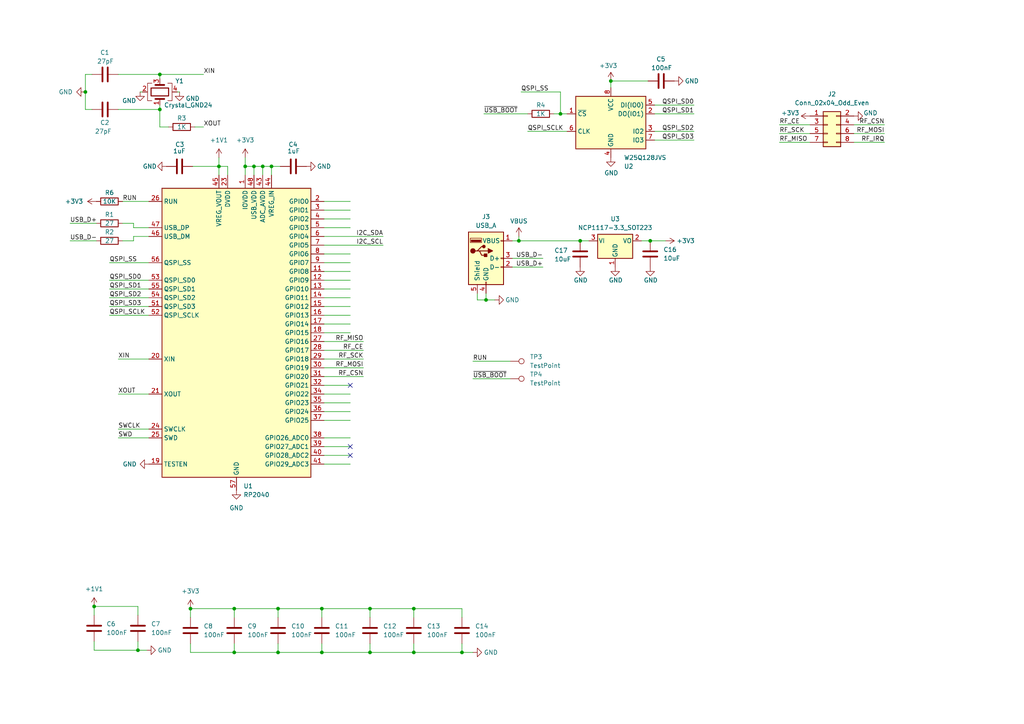
<source format=kicad_sch>
(kicad_sch (version 20231120) (generator "eeschema") (generator_version "8.0")
  (paper "A4")
  (lib_symbols
    (symbol "Connector:TestPoint" (pin_numbers hide) (pin_names (offset 0.762) hide)
      (property "Reference" "TP" (at 0 6.858 0))
      (property "Value" "TestPoint" (at 0 5.08 0))
      (symbol "TestPoint_0_1"
        (circle (center 0 3.302) (radius 0.762))
      )
      (symbol "TestPoint_1_1"
        (pin passive line (at 0 0 90) (length 2.54) (name "1") (number "1"))
      )
    )
    (symbol "Connector:USB_A" (pin_names (offset 1.016))
      (property "Reference" "J" (at -5.08 11.43 0))
      (property "Value" "USB_A" (at -5.08 8.89 0))
      (symbol "USB_A_0_1"
        (rectangle (start -5.08 -7.62) (end 5.08 7.62) (stroke (width 0.254)) (fill (type background)))
        (circle (center -3.81 2.159) (radius 0.635) (stroke (width 0.254)) (fill (type outline)))
        (rectangle (start -1.524 4.826) (end -4.318 5.334) (fill (type outline)))
        (rectangle (start -1.27 4.572) (end -4.572 5.842))
        (circle (center -0.635 3.429) (radius 0.381) (stroke (width 0.254)) (fill (type outline)))
        (rectangle (start -0.127 -7.62) (end 0.127 -6.858))
        (polyline (pts (xy -3.175 2.159) (xy -2.54 2.159) (xy -1.27 3.429) (xy -0.635 3.429)) (stroke (width 0.254)))
        (polyline (pts (xy -2.54 2.159) (xy -1.905 2.159) (xy -1.27 0.889) (xy 0 0.889)) (stroke (width 0.254)))
        (polyline (pts (xy 0.635 2.794) (xy 0.635 1.524) (xy 1.905 2.159) (xy 0.635 2.794)) (stroke (width 0.254)) (fill (type outline)))
        (rectangle (start 0.254 1.27) (end -0.508 0.508) (stroke (width 0.254)) (fill (type outline)))
        (rectangle (start 5.08 -2.667) (end 4.318 -2.413))
        (rectangle (start 5.08 -0.127) (end 4.318 0.127))
        (rectangle (start 5.08 4.953) (end 4.318 5.207))
      )
      (symbol "USB_A_1_1"
        (polyline (pts (xy -1.905 2.159) (xy 0.635 2.159)) (stroke (width 0.254)))
        (pin power_in line (at 7.62 5.08 180) (length 2.54) (name "VBUS") (number "1"))
        (pin bidirectional line (at 7.62 -2.54 180) (length 2.54) (name "D-") (number "2"))
        (pin bidirectional line (at 7.62 0 180) (length 2.54) (name "D+") (number "3"))
        (pin power_in line (at 0 -10.16 90) (length 2.54) (name "GND") (number "4"))
        (pin passive line (at -2.54 -10.16 90) (length 2.54) (name "Shield") (number "5"))
      )
    )
    (symbol "Connector_Generic:Conn_02x04_Odd_Even" (pin_names (offset 1.016) hide)
      (property "Reference" "J" (at 1.27 5.08 0))
      (property "Value" "Conn_02x04_Odd_Even" (at 1.27 -7.62 0))
      (symbol "Conn_02x04_Odd_Even_1_1"
        (rectangle (start -1.27 -4.953) (end 0 -5.207) (stroke (width 0.1524)))
        (rectangle (start -1.27 -2.413) (end 0 -2.667) (stroke (width 0.1524)))
        (rectangle (start -1.27 0.127) (end 0 -0.127) (stroke (width 0.1524)))
        (rectangle (start -1.27 2.667) (end 0 2.413) (stroke (width 0.1524)))
        (rectangle (start -1.27 3.81) (end 3.81 -6.35) (stroke (width 0.254)) (fill (type background)))
        (rectangle (start 3.81 -4.953) (end 2.54 -5.207) (stroke (width 0.1524)))
        (rectangle (start 3.81 -2.413) (end 2.54 -2.667) (stroke (width 0.1524)))
        (rectangle (start 3.81 0.127) (end 2.54 -0.127) (stroke (width 0.1524)))
        (rectangle (start 3.81 2.667) (end 2.54 2.413) (stroke (width 0.1524)))
        (pin passive line (at -5.08 2.54 0) (length 3.81) (name "Pin_1") (number "1"))
        (pin passive line (at 7.62 2.54 180) (length 3.81) (name "Pin_2") (number "2"))
        (pin passive line (at -5.08 0 0) (length 3.81) (name "Pin_3") (number "3"))
        (pin passive line (at 7.62 0 180) (length 3.81) (name "Pin_4") (number "4"))
        (pin passive line (at -5.08 -2.54 0) (length 3.81) (name "Pin_5") (number "5"))
        (pin passive line (at 7.62 -2.54 180) (length 3.81) (name "Pin_6") (number "6"))
        (pin passive line (at -5.08 -5.08 0) (length 3.81) (name "Pin_7") (number "7"))
        (pin passive line (at 7.62 -5.08 180) (length 3.81) (name "Pin_8") (number "8"))
      )
    )
    (symbol "Device:C" (pin_numbers hide) (pin_names (offset 0.254))
      (property "Reference" "C" (at 0.635 2.54 0))
      (property "Value" "C" (at 0.635 -2.54 0))
      (symbol "C_0_1"
        (polyline (pts (xy -2.032 -0.762) (xy 2.032 -0.762)) (stroke (width 0.508)))
        (polyline (pts (xy -2.032 0.762) (xy 2.032 0.762)) (stroke (width 0.508)))
      )
      (symbol "C_1_1"
        (pin passive line (at 0 3.81 270) (length 2.794) (name "~") (number "1"))
        (pin passive line (at 0 -3.81 90) (length 2.794) (name "~") (number "2"))
      )
    )
    (symbol "Device:Crystal_GND24" (pin_names (offset 1.016) hide)
      (property "Reference" "Y" (at 3.175 5.08 0))
      (property "Value" "Crystal_GND24" (at 3.175 3.175 0))
      (symbol "Crystal_GND24_0_1"
        (rectangle (start -1.143 2.54) (end 1.143 -2.54) (stroke (width 0.3048)))
        (polyline (pts (xy -2.54 0) (xy -2.032 0)))
        (polyline (pts (xy -2.032 -1.27) (xy -2.032 1.27)) (stroke (width 0.508)))
        (polyline (pts (xy 0 -3.81) (xy 0 -3.556)))
        (polyline (pts (xy 0 3.556) (xy 0 3.81)))
        (polyline (pts (xy 2.032 -1.27) (xy 2.032 1.27)) (stroke (width 0.508)))
        (polyline (pts (xy 2.032 0) (xy 2.54 0)))
        (polyline (pts (xy -2.54 -2.286) (xy -2.54 -3.556) (xy 2.54 -3.556) (xy 2.54 -2.286)))
        (polyline (pts (xy -2.54 2.286) (xy -2.54 3.556) (xy 2.54 3.556) (xy 2.54 2.286)))
      )
      (symbol "Crystal_GND24_1_1"
        (pin passive line (at -3.81 0 0) (length 1.27) (name "1") (number "1"))
        (pin passive line (at 0 5.08 270) (length 1.27) (name "2") (number "2"))
        (pin passive line (at 3.81 0 180) (length 1.27) (name "3") (number "3"))
        (pin passive line (at 0 -5.08 90) (length 1.27) (name "4") (number "4"))
      )
    )
    (symbol "Device:R" (pin_numbers hide) (pin_names (offset 0))
      (property "Reference" "R" (at 2.032 0 90))
      (property "Value" "R" (at 0 0 90))
      (symbol "R_0_1"
        (rectangle (start -1.016 -2.54) (end 1.016 2.54) (stroke (width 0.254)))
      )
      (symbol "R_1_1"
        (pin passive line (at 0 3.81 270) (length 1.27) (name "~") (number "1"))
        (pin passive line (at 0 -3.81 90) (length 1.27) (name "~") (number "2"))
      )
    )
    (symbol "MCU_RaspberryPi:RP2040"
      (property "Reference" "U" (at 17.78 45.72 0))
      (property "Value" "RP2040" (at 17.78 43.18 0))
      (symbol "RP2040_0_1"
        (rectangle (start -21.59 41.91) (end 21.59 -41.91) (stroke (width 0.254)) (fill (type background)))
      )
      (symbol "RP2040_1_1"
        (pin power_in line (at 2.54 45.72 270) (length 3.81) (name "IOVDD") (number "1"))
        (pin passive line (at 2.54 45.72 270) (length 3.81) hide (name "IOVDD") (number "10"))
        (pin bidirectional line (at 25.4 17.78 180) (length 3.81) (name "GPIO8") (number "11"))
        (pin bidirectional line (at 25.4 15.24 180) (length 3.81) (name "GPIO9") (number "12"))
        (pin bidirectional line (at 25.4 12.7 180) (length 3.81) (name "GPIO10") (number "13"))
        (pin bidirectional line (at 25.4 10.16 180) (length 3.81) (name "GPIO11") (number "14"))
        (pin bidirectional line (at 25.4 7.62 180) (length 3.81) (name "GPIO12") (number "15"))
        (pin bidirectional line (at 25.4 5.08 180) (length 3.81) (name "GPIO13") (number "16"))
        (pin bidirectional line (at 25.4 2.54 180) (length 3.81) (name "GPIO14") (number "17"))
        (pin bidirectional line (at 25.4 0 180) (length 3.81) (name "GPIO15") (number "18"))
        (pin input line (at -25.4 -38.1 0) (length 3.81) (name "TESTEN") (number "19"))
        (pin bidirectional line (at 25.4 38.1 180) (length 3.81) (name "GPIO0") (number "2"))
        (pin input line (at -25.4 -7.62 0) (length 3.81) (name "XIN") (number "20"))
        (pin passive line (at -25.4 -17.78 0) (length 3.81) (name "XOUT") (number "21"))
        (pin passive line (at 2.54 45.72 270) (length 3.81) hide (name "IOVDD") (number "22"))
        (pin power_in line (at -2.54 45.72 270) (length 3.81) (name "DVDD") (number "23"))
        (pin output line (at -25.4 -27.94 0) (length 3.81) (name "SWCLK") (number "24"))
        (pin bidirectional line (at -25.4 -30.48 0) (length 3.81) (name "SWD") (number "25"))
        (pin input line (at -25.4 38.1 0) (length 3.81) (name "RUN") (number "26"))
        (pin bidirectional line (at 25.4 -2.54 180) (length 3.81) (name "GPIO16") (number "27"))
        (pin bidirectional line (at 25.4 -5.08 180) (length 3.81) (name "GPIO17") (number "28"))
        (pin bidirectional line (at 25.4 -7.62 180) (length 3.81) (name "GPIO18") (number "29"))
        (pin bidirectional line (at 25.4 35.56 180) (length 3.81) (name "GPIO1") (number "3"))
        (pin bidirectional line (at 25.4 -10.16 180) (length 3.81) (name "GPIO19") (number "30"))
        (pin bidirectional line (at 25.4 -12.7 180) (length 3.81) (name "GPIO20") (number "31"))
        (pin bidirectional line (at 25.4 -15.24 180) (length 3.81) (name "GPIO21") (number "32"))
        (pin passive line (at 2.54 45.72 270) (length 3.81) hide (name "IOVDD") (number "33"))
        (pin bidirectional line (at 25.4 -17.78 180) (length 3.81) (name "GPIO22") (number "34"))
        (pin bidirectional line (at 25.4 -20.32 180) (length 3.81) (name "GPIO23") (number "35"))
        (pin bidirectional line (at 25.4 -22.86 180) (length 3.81) (name "GPIO24") (number "36"))
        (pin bidirectional line (at 25.4 -25.4 180) (length 3.81) (name "GPIO25") (number "37"))
        (pin bidirectional line (at 25.4 -30.48 180) (length 3.81) (name "GPIO26_ADC0") (number "38"))
        (pin bidirectional line (at 25.4 -33.02 180) (length 3.81) (name "GPIO27_ADC1") (number "39"))
        (pin bidirectional line (at 25.4 33.02 180) (length 3.81) (name "GPIO2") (number "4"))
        (pin bidirectional line (at 25.4 -35.56 180) (length 3.81) (name "GPIO28_ADC2") (number "40"))
        (pin bidirectional line (at 25.4 -38.1 180) (length 3.81) (name "GPIO29_ADC3") (number "41"))
        (pin passive line (at 2.54 45.72 270) (length 3.81) hide (name "IOVDD") (number "42"))
        (pin power_in line (at 7.62 45.72 270) (length 3.81) (name "ADC_AVDD") (number "43"))
        (pin power_in line (at 10.16 45.72 270) (length 3.81) (name "VREG_IN") (number "44"))
        (pin power_out line (at -5.08 45.72 270) (length 3.81) (name "VREG_VOUT") (number "45"))
        (pin bidirectional line (at -25.4 27.94 0) (length 3.81) (name "USB_DM") (number "46"))
        (pin bidirectional line (at -25.4 30.48 0) (length 3.81) (name "USB_DP") (number "47"))
        (pin power_in line (at 5.08 45.72 270) (length 3.81) (name "USB_VDD") (number "48"))
        (pin passive line (at 2.54 45.72 270) (length 3.81) hide (name "IOVDD") (number "49"))
        (pin bidirectional line (at 25.4 30.48 180) (length 3.81) (name "GPIO3") (number "5"))
        (pin passive line (at -2.54 45.72 270) (length 3.81) hide (name "DVDD") (number "50"))
        (pin bidirectional line (at -25.4 7.62 0) (length 3.81) (name "QSPI_SD3") (number "51"))
        (pin output line (at -25.4 5.08 0) (length 3.81) (name "QSPI_SCLK") (number "52"))
        (pin bidirectional line (at -25.4 15.24 0) (length 3.81) (name "QSPI_SD0") (number "53"))
        (pin bidirectional line (at -25.4 10.16 0) (length 3.81) (name "QSPI_SD2") (number "54"))
        (pin bidirectional line (at -25.4 12.7 0) (length 3.81) (name "QSPI_SD1") (number "55"))
        (pin bidirectional line (at -25.4 20.32 0) (length 3.81) (name "QSPI_SS") (number "56"))
        (pin power_in line (at 0 -45.72 90) (length 3.81) (name "GND") (number "57"))
        (pin bidirectional line (at 25.4 27.94 180) (length 3.81) (name "GPIO4") (number "6"))
        (pin bidirectional line (at 25.4 25.4 180) (length 3.81) (name "GPIO5") (number "7"))
        (pin bidirectional line (at 25.4 22.86 180) (length 3.81) (name "GPIO6") (number "8"))
        (pin bidirectional line (at 25.4 20.32 180) (length 3.81) (name "GPIO7") (number "9"))
      )
    )
    (symbol "Memory_Flash:W25Q128JVS"
      (property "Reference" "U" (at -8.89 8.89 0))
      (property "Value" "W25Q128JVS" (at 7.62 8.89 0))
      (symbol "W25Q128JVS_0_1"
        (rectangle (start -10.16 7.62) (end 10.16 -7.62) (stroke (width 0.254)) (fill (type background)))
      )
      (symbol "W25Q128JVS_1_1"
        (pin input line (at -12.7 2.54 0) (length 2.54) (name "~{CS}") (number "1"))
        (pin bidirectional line (at 12.7 2.54 180) (length 2.54) (name "DO(IO1)") (number "2"))
        (pin bidirectional line (at 12.7 -2.54 180) (length 2.54) (name "IO2") (number "3"))
        (pin power_in line (at 0 -10.16 90) (length 2.54) (name "GND") (number "4"))
        (pin bidirectional line (at 12.7 5.08 180) (length 2.54) (name "DI(IO0)") (number "5"))
        (pin input line (at -12.7 -2.54 0) (length 2.54) (name "CLK") (number "6"))
        (pin bidirectional line (at 12.7 -5.08 180) (length 2.54) (name "IO3") (number "7"))
        (pin power_in line (at 0 10.16 270) (length 2.54) (name "VCC") (number "8"))
      )
    )
    (symbol "Regulator_Linear:NCP1117-3.3_SOT223" (pin_names (offset 0.254))
      (property "Reference" "U" (at -3.81 3.175 0))
      (property "Value" "NCP1117-3.3_SOT223" (at 0 3.175 0))
      (symbol "NCP1117-3.3_SOT223_0_1"
        (rectangle (start -5.08 -5.08) (end 5.08 1.905) (stroke (width 0.254)) (fill (type background)))
      )
      (symbol "NCP1117-3.3_SOT223_1_1"
        (pin power_in line (at 0 -7.62 90) (length 2.54) (name "GND") (number "1"))
        (pin power_out line (at 7.62 0 180) (length 2.54) (name "VO") (number "2"))
        (pin power_in line (at -7.62 0 0) (length 2.54) (name "VI") (number "3"))
      )
    )
    (symbol "power:+1V1" (power) (pin_names (offset 0))
      (property "Value" "+1V1" (at 0 3.556 0))
      (symbol "+1V1_0_1"
        (polyline (pts (xy -0.762 1.27) (xy 0 2.54)))
        (polyline (pts (xy 0 0) (xy 0 2.54)))
        (polyline (pts (xy 0 2.54) (xy 0.762 1.27)))
      )
      (symbol "+1V1_1_1"
        (pin power_in line (at 0 0 90) (length 0) hide (name "+1V1") (number "1"))
      )
    )
    (symbol "power:+3V3" (power) (pin_names (offset 0))
      (property "Value" "+3V3" (at 0 3.556 0))
      (symbol "+3V3_0_1"
        (polyline (pts (xy -0.762 1.27) (xy 0 2.54)))
        (polyline (pts (xy 0 0) (xy 0 2.54)))
        (polyline (pts (xy 0 2.54) (xy 0.762 1.27)))
      )
      (symbol "+3V3_1_1"
        (pin power_in line (at 0 0 90) (length 0) hide (name "+3V3") (number "1"))
      )
    )
    (symbol "power:GND" (power) (pin_names (offset 0))
      (property "Value" "GND" (at 0 -3.81 0))
      (symbol "GND_0_1"
        (polyline (pts (xy 0 0) (xy 0 -1.27) (xy 1.27 -1.27) (xy 0 -2.54) (xy -1.27 -1.27) (xy 0 -1.27)))
      )
      (symbol "GND_1_1"
        (pin power_in line (at 0 0 270) (length 0) hide (name "GND") (number "1"))
      )
    )
    (symbol "power:VBUS" (power) (pin_names (offset 0))
      (property "Value" "VBUS" (at 0 3.81 0))
      (symbol "VBUS_0_1"
        (polyline (pts (xy -0.762 1.27) (xy 0 2.54)))
        (polyline (pts (xy 0 0) (xy 0 2.54)))
        (polyline (pts (xy 0 2.54) (xy 0.762 1.27)))
      )
      (symbol "VBUS_1_1"
        (pin power_in line (at 0 0 90) (length 0) hide (name "VBUS") (number "1"))
      )
    )
  )
  (junction (at 67.945 176.53))
  (junction (at 120.015 176.53))
  (junction (at 24.765 26.67))
  (junction (at 93.345 189.23))
  (junction (at 76.2 48.26))
  (junction (at 78.74 48.26))
  (junction (at 46.355 31.75))
  (junction (at 150.495 69.85))
  (junction (at 177.165 23.495))
  (junction (at 71.12 48.26))
  (junction (at 168.275 69.85))
  (junction (at 133.985 189.23))
  (junction (at 63.5 48.26))
  (junction (at 140.97 86.995))
  (junction (at 40.005 188.595))
  (junction (at 107.315 189.23))
  (junction (at 188.595 69.85))
  (junction (at 80.645 176.53))
  (junction (at 162.56 33.02))
  (junction (at 27.305 175.895))
  (junction (at 46.355 21.59))
  (junction (at 107.315 176.53))
  (junction (at 67.945 189.23))
  (junction (at 80.645 189.23))
  (junction (at 73.66 48.26))
  (junction (at 55.245 176.53))
  (junction (at 120.015 189.23))
  (junction (at 93.345 176.53))
  (no_connect (at 101.6 129.54))
  (no_connect (at 101.6 132.08))
  (no_connect (at 101.6 111.76))
  (wire (pts (xy 73.66 48.26) (xy 73.66 50.8)))
  (wire (pts (xy 66.04 48.26) (xy 66.04 50.8)))
  (wire (pts (xy 93.98 96.52) (xy 101.6 96.52)))
  (wire (pts (xy 71.12 45.72) (xy 71.12 48.26)))
  (wire (pts (xy 93.98 114.3) (xy 101.6 114.3)))
  (wire (pts (xy 186.055 69.85) (xy 188.595 69.85)))
  (wire (pts (xy 247.65 36.195) (xy 256.54 36.195)))
  (wire (pts (xy 93.98 119.38) (xy 101.6 119.38)))
  (wire (pts (xy 133.985 186.69) (xy 133.985 189.23)))
  (wire (pts (xy 107.315 176.53) (xy 120.015 176.53)))
  (wire (pts (xy 71.12 50.8) (xy 71.12 48.26)))
  (wire (pts (xy 120.015 189.23) (xy 133.985 189.23)))
  (wire (pts (xy 93.98 63.5) (xy 101.6 63.5)))
  (wire (pts (xy 93.98 81.28) (xy 101.6 81.28)))
  (wire (pts (xy 150.495 69.85) (xy 168.275 69.85)))
  (wire (pts (xy 226.06 38.735) (xy 234.95 38.735)))
  (wire (pts (xy 93.98 68.58) (xy 111.125 68.58)))
  (wire (pts (xy 93.98 111.76) (xy 101.6 111.76)))
  (wire (pts (xy 93.98 109.22) (xy 105.41 109.22)))
  (wire (pts (xy 93.98 88.9) (xy 101.6 88.9)))
  (wire (pts (xy 26.67 21.59) (xy 24.765 21.59)))
  (wire (pts (xy 55.245 176.53) (xy 55.245 179.07)))
  (wire (pts (xy 31.75 86.36) (xy 43.18 86.36)))
  (wire (pts (xy 120.015 176.53) (xy 120.015 179.07)))
  (wire (pts (xy 93.98 134.62) (xy 101.6 134.62)))
  (wire (pts (xy 80.645 176.53) (xy 80.645 179.07)))
  (wire (pts (xy 247.65 38.735) (xy 256.54 38.735)))
  (wire (pts (xy 151.13 26.67) (xy 162.56 26.67)))
  (wire (pts (xy 93.345 176.53) (xy 107.315 176.53)))
  (wire (pts (xy 20.32 64.77) (xy 27.94 64.77)))
  (wire (pts (xy 93.98 106.68) (xy 105.41 106.68)))
  (wire (pts (xy 78.74 48.26) (xy 81.28 48.26)))
  (wire (pts (xy 34.29 21.59) (xy 46.355 21.59)))
  (wire (pts (xy 93.345 176.53) (xy 93.345 179.07)))
  (wire (pts (xy 133.985 176.53) (xy 133.985 179.07)))
  (wire (pts (xy 93.98 91.44) (xy 101.6 91.44)))
  (wire (pts (xy 93.98 76.2) (xy 101.6 76.2)))
  (wire (pts (xy 93.98 132.08) (xy 101.6 132.08)))
  (wire (pts (xy 27.305 178.435) (xy 27.305 175.895)))
  (wire (pts (xy 93.98 66.04) (xy 101.6 66.04)))
  (wire (pts (xy 137.16 104.775) (xy 147.955 104.775)))
  (wire (pts (xy 46.355 21.59) (xy 59.055 21.59)))
  (wire (pts (xy 107.315 176.53) (xy 107.315 179.07)))
  (wire (pts (xy 76.2 48.26) (xy 78.74 48.26)))
  (wire (pts (xy 31.75 88.9) (xy 43.18 88.9)))
  (wire (pts (xy 140.335 33.02) (xy 153.035 33.02)))
  (wire (pts (xy 80.645 176.53) (xy 93.345 176.53)))
  (wire (pts (xy 162.56 26.67) (xy 162.56 33.02)))
  (wire (pts (xy 93.98 78.74) (xy 101.6 78.74)))
  (wire (pts (xy 31.75 81.28) (xy 43.18 81.28)))
  (wire (pts (xy 27.305 175.895) (xy 40.005 175.895)))
  (wire (pts (xy 46.355 36.83) (xy 46.355 31.75)))
  (wire (pts (xy 46.355 22.86) (xy 46.355 21.59)))
  (wire (pts (xy 43.18 66.04) (xy 38.735 66.04)))
  (wire (pts (xy 38.735 68.58) (xy 38.735 69.85)))
  (wire (pts (xy 120.015 186.69) (xy 120.015 189.23)))
  (wire (pts (xy 24.765 21.59) (xy 24.765 26.67)))
  (wire (pts (xy 38.735 64.77) (xy 35.56 64.77)))
  (wire (pts (xy 78.74 48.26) (xy 78.74 50.8)))
  (wire (pts (xy 189.865 30.48) (xy 201.295 30.48)))
  (wire (pts (xy 93.98 121.92) (xy 101.6 121.92)))
  (wire (pts (xy 24.765 31.75) (xy 26.67 31.75)))
  (wire (pts (xy 51.435 26.67) (xy 52.07 26.67)))
  (wire (pts (xy 93.98 101.6) (xy 105.41 101.6)))
  (wire (pts (xy 40.005 186.055) (xy 40.005 188.595)))
  (wire (pts (xy 189.865 40.64) (xy 201.295 40.64)))
  (wire (pts (xy 31.75 76.2) (xy 43.18 76.2)))
  (wire (pts (xy 148.59 74.93) (xy 157.48 74.93)))
  (wire (pts (xy 43.18 68.58) (xy 38.735 68.58)))
  (wire (pts (xy 93.98 83.82) (xy 101.6 83.82)))
  (wire (pts (xy 150.495 68.58) (xy 150.495 69.85)))
  (wire (pts (xy 93.98 71.12) (xy 111.125 71.12)))
  (wire (pts (xy 34.29 114.3) (xy 43.18 114.3)))
  (wire (pts (xy 46.355 31.75) (xy 46.355 30.48)))
  (wire (pts (xy 73.66 48.26) (xy 76.2 48.26)))
  (wire (pts (xy 34.29 127) (xy 43.18 127)))
  (wire (pts (xy 247.65 41.275) (xy 256.54 41.275)))
  (wire (pts (xy 148.59 69.85) (xy 150.495 69.85)))
  (wire (pts (xy 93.98 99.06) (xy 105.41 99.06)))
  (wire (pts (xy 55.245 189.23) (xy 67.945 189.23)))
  (wire (pts (xy 38.735 66.04) (xy 38.735 64.77)))
  (wire (pts (xy 140.97 86.995) (xy 140.97 85.09)))
  (wire (pts (xy 67.945 176.53) (xy 67.945 179.07)))
  (wire (pts (xy 56.515 36.83) (xy 59.055 36.83)))
  (wire (pts (xy 153.035 38.1) (xy 164.465 38.1)))
  (wire (pts (xy 67.945 186.69) (xy 67.945 189.23)))
  (wire (pts (xy 38.735 69.85) (xy 35.56 69.85)))
  (wire (pts (xy 63.5 45.72) (xy 63.5 48.26)))
  (wire (pts (xy 76.2 48.26) (xy 76.2 50.8)))
  (wire (pts (xy 93.345 189.23) (xy 107.315 189.23)))
  (wire (pts (xy 34.29 104.14) (xy 43.18 104.14)))
  (wire (pts (xy 160.655 33.02) (xy 162.56 33.02)))
  (wire (pts (xy 31.75 91.44) (xy 43.18 91.44)))
  (wire (pts (xy 177.165 23.495) (xy 187.96 23.495)))
  (wire (pts (xy 120.015 176.53) (xy 133.985 176.53)))
  (wire (pts (xy 63.5 48.26) (xy 66.04 48.26)))
  (wire (pts (xy 188.595 69.85) (xy 193.04 69.85)))
  (wire (pts (xy 93.98 93.98) (xy 101.6 93.98)))
  (wire (pts (xy 93.98 86.36) (xy 101.6 86.36)))
  (wire (pts (xy 148.59 77.47) (xy 157.48 77.47)))
  (wire (pts (xy 71.12 48.26) (xy 73.66 48.26)))
  (wire (pts (xy 31.75 83.82) (xy 43.18 83.82)))
  (wire (pts (xy 35.56 58.42) (xy 43.18 58.42)))
  (wire (pts (xy 137.16 109.855) (xy 147.955 109.855)))
  (wire (pts (xy 40.005 175.895) (xy 40.005 178.435)))
  (wire (pts (xy 34.29 31.75) (xy 46.355 31.75)))
  (wire (pts (xy 93.98 116.84) (xy 101.6 116.84)))
  (wire (pts (xy 133.985 189.23) (xy 137.16 189.23)))
  (wire (pts (xy 80.645 186.69) (xy 80.645 189.23)))
  (wire (pts (xy 67.945 189.23) (xy 80.645 189.23)))
  (wire (pts (xy 168.275 69.85) (xy 170.815 69.85)))
  (wire (pts (xy 67.945 176.53) (xy 80.645 176.53)))
  (wire (pts (xy 34.29 124.46) (xy 43.18 124.46)))
  (wire (pts (xy 226.06 36.195) (xy 234.95 36.195)))
  (wire (pts (xy 55.88 48.26) (xy 63.5 48.26)))
  (wire (pts (xy 93.98 60.96) (xy 101.6 60.96)))
  (wire (pts (xy 107.315 189.23) (xy 120.015 189.23)))
  (wire (pts (xy 55.245 186.69) (xy 55.245 189.23)))
  (wire (pts (xy 63.5 50.8) (xy 63.5 48.26)))
  (wire (pts (xy 93.345 186.69) (xy 93.345 189.23)))
  (wire (pts (xy 107.315 186.69) (xy 107.315 189.23)))
  (wire (pts (xy 40.005 188.595) (xy 42.545 188.595)))
  (wire (pts (xy 93.98 73.66) (xy 101.6 73.66)))
  (wire (pts (xy 27.305 188.595) (xy 40.005 188.595)))
  (wire (pts (xy 162.56 33.02) (xy 164.465 33.02)))
  (wire (pts (xy 27.305 186.055) (xy 27.305 188.595)))
  (wire (pts (xy 40.64 26.67) (xy 41.275 26.67)))
  (wire (pts (xy 20.32 69.85) (xy 27.94 69.85)))
  (wire (pts (xy 140.97 86.995) (xy 143.51 86.995)))
  (wire (pts (xy 48.895 36.83) (xy 46.355 36.83)))
  (wire (pts (xy 24.765 26.67) (xy 24.765 31.75)))
  (wire (pts (xy 93.98 129.54) (xy 101.6 129.54)))
  (wire (pts (xy 93.98 104.14) (xy 105.41 104.14)))
  (wire (pts (xy 177.165 23.495) (xy 177.165 25.4)))
  (wire (pts (xy 93.98 127) (xy 101.6 127)))
  (wire (pts (xy 189.865 33.02) (xy 201.295 33.02)))
  (wire (pts (xy 138.43 85.09) (xy 138.43 86.995)))
  (wire (pts (xy 138.43 86.995) (xy 140.97 86.995)))
  (wire (pts (xy 93.98 58.42) (xy 101.6 58.42)))
  (wire (pts (xy 226.06 41.275) (xy 234.95 41.275)))
  (wire (pts (xy 80.645 189.23) (xy 93.345 189.23)))
  (wire (pts (xy 55.245 176.53) (xy 67.945 176.53)))
  (wire (pts (xy 189.865 38.1) (xy 201.295 38.1)))
  (label "RF_CE" (at 105.41 101.6 180))
  (label "RF_MOSI" (at 105.41 106.68 180))
  (label "USB_D-" (at 157.48 74.93 180))
  (label "RUN" (at 35.56 58.42 0))
  (label "QSPI_SCLK" (at 153.035 38.1 0))
  (label "SWD" (at 34.29 127 0))
  (label "QSPI_SS" (at 31.75 76.2 0))
  (label "RF_CSN" (at 105.41 109.22 180))
  (label "XIN" (at 59.055 21.59 0))
  (label "I2C_SCL" (at 111.125 71.12 180))
  (label "USB_D+" (at 20.32 64.77 0))
  (label "QSPI_SD2" (at 201.295 38.1 180))
  (label "QSPI_SS" (at 151.13 26.67 0))
  (label "RF_SCK" (at 226.06 38.735 0))
  (label "QSPI_SD3" (at 201.295 40.64 180))
  (label "QSPI_SD1" (at 201.295 33.02 180))
  (label "QSPI_SD1" (at 31.75 83.82 0))
  (label "RF_MOSI" (at 256.54 38.735 180))
  (label "RF_MISO" (at 226.06 41.275 0))
  (label "RF_SCK" (at 105.41 104.14 180))
  (label "RF_IRQ" (at 256.54 41.275 180))
  (label "RUN" (at 137.16 104.775 0))
  (label "QSPI_SD2" (at 31.75 86.36 0))
  (label "RF_CE" (at 226.06 36.195 0))
  (label "~{USB_BOOT}" (at 137.16 109.855 0))
  (label "SWCLK" (at 34.29 124.46 0))
  (label "RF_CSN" (at 256.54 36.195 180))
  (label "QSPI_SCLK" (at 31.75 91.44 0))
  (label "XIN" (at 34.29 104.14 0))
  (label "RF_MISO" (at 105.41 99.06 180))
  (label "I2C_SDA" (at 111.125 68.58 180))
  (label "XOUT" (at 34.29 114.3 0))
  (label "QSPI_SD0" (at 201.295 30.48 180))
  (label "USB_D-" (at 20.32 69.85 0))
  (label "XOUT" (at 59.055 36.83 0))
  (label "~{USB_BOOT}" (at 140.335 33.02 0))
  (label "QSPI_SD3" (at 31.75 88.9 0))
  (label "QSPI_SD0" (at 31.75 81.28 0))
  (label "USB_D+" (at 157.48 77.47 180))
  (symbol (lib_id "power:GND") (at 88.9 48.26 90) (unit 1)
    (property "Reference" "#PWR010" (effects (hide yes)))
    (property "Value" "GND" (at 93.98 48.26 90))
  )
  (symbol (lib_id "Device:C") (at 27.305 182.245 180) (unit 1)
    (property "Reference" "C6" (at 30.861 180.9749 0) (effects (justify right)))
    (property "Value" "100nF" (at 30.861 183.5149 0) (effects (justify right)))
    (property "Footprint" "Capacitor_SMD:C_0603_1608Metric" (effects (hide yes)))
  )
  (symbol (lib_id "power:VBUS") (at 150.495 68.58 0) (unit 1)
    (property "Reference" "#PWR024" (effects (hide yes)))
    (property "Value" "VBUS" (at 150.495 64.135 0))
  )
  (symbol (lib_id "Device:C") (at 80.645 182.88 0) (unit 1)
    (property "Reference" "C10" (at 84.455 181.6099 0) (effects (justify left)))
    (property "Value" "100nF" (at 84.455 184.1499 0) (effects (justify left)))
    (property "Footprint" "Capacitor_SMD:C_0603_1608Metric" (effects (hide yes)))
  )
  (symbol (lib_id "power:+1V1") (at 63.5 45.72 0) (unit 1)
    (property "Reference" "#PWR06" (effects (hide yes)))
    (property "Value" "+1V1" (at 63.5 40.64 0))
  )
  (symbol (lib_id "Device:C") (at 52.07 48.26 270) (unit 1)
    (property "Reference" "C3" (at 50.8 41.91 90) (effects (justify left)))
    (property "Value" "1uF" (at 50.165 43.815 90) (effects (justify left)))
    (property "Footprint" "Capacitor_SMD:C_0603_1608Metric" (effects (hide yes)))
  )
  (symbol (lib_id "Device:C") (at 30.48 21.59 90) (unit 1)
    (property "Reference" "C1" (at 31.75 15.24 90) (effects (justify left)))
    (property "Value" "27pF" (at 33.02 17.78 90) (effects (justify left)))
    (property "Footprint" "Capacitor_SMD:C_0603_1608Metric" (effects (hide yes)))
  )
  (symbol (lib_id "power:+3V3") (at 177.165 23.495 0) (unit 1)
    (property "Reference" "#PWR012" (effects (hide yes)))
    (property "Value" "+3V3" (at 179.07 19.05 0) (effects (justify right)))
  )
  (symbol (lib_id "power:GND") (at 48.26 48.26 270) (unit 1)
    (property "Reference" "#PWR04" (effects (hide yes)))
    (property "Value" "GND" (at 43.434 48.26 90))
  )
  (symbol (lib_id "Device:R") (at 31.75 69.85 90) (unit 1)
    (property "Reference" "R2" (at 31.75 67.31 90))
    (property "Value" "27" (at 31.75 69.85 90))
    (property "Footprint" "Resistor_SMD:R_0603_1608Metric" (effects (hide yes)))
  )
  (symbol (lib_id "power:GND") (at 178.435 77.47 0) (unit 1)
    (property "Reference" "#PWR025" (effects (hide yes)))
    (property "Value" "GND" (at 176.53 81.28 0) (effects (justify left)))
  )
  (symbol (lib_id "Device:C") (at 93.345 182.88 0) (unit 1)
    (property "Reference" "C11" (at 97.155 181.6099 0) (effects (justify left)))
    (property "Value" "100nF" (at 97.155 184.1499 0) (effects (justify left)))
    (property "Footprint" "Capacitor_SMD:C_0603_1608Metric" (effects (hide yes)))
  )
  (symbol (lib_id "Device:C") (at 120.015 182.88 0) (unit 1)
    (property "Reference" "C13" (at 123.825 181.6099 0) (effects (justify left)))
    (property "Value" "100nF" (at 123.825 184.1499 0) (effects (justify left)))
    (property "Footprint" "Capacitor_SMD:C_0603_1608Metric" (effects (hide yes)))
  )
  (symbol (lib_id "power:+3V3") (at 193.04 69.85 270) (unit 1)
    (property "Reference" "#PWR027" (effects (hide yes)))
    (property "Value" "+3V3" (at 196.215 69.85 90) (effects (justify left)))
  )
  (symbol (lib_id "Device:C") (at 168.275 73.66 0) (unit 1)
    (property "Reference" "C17" (at 160.782 72.644 0) (effects (justify left)))
    (property "Value" "10uF" (at 160.782 75.184 0) (effects (justify left)))
    (property "Footprint" "Capacitor_SMD:C_0603_1608Metric" (effects (hide yes)))
  )
  (symbol (lib_id "Device:R") (at 31.75 64.77 270) (mirror x) (unit 1)
    (property "Reference" "R1" (at 31.75 62.23 90))
    (property "Value" "27" (at 31.75 64.77 90))
    (property "Footprint" "Resistor_SMD:R_0603_1608Metric" (effects (hide yes)))
  )
  (symbol (lib_id "MCU_RaspberryPi:RP2040") (at 68.58 96.52 0) (unit 1)
    (property "Reference" "U1" (at 70.5994 140.97 0) (effects (justify left)))
    (property "Value" "RP2040" (at 70.5994 143.51 0) (effects (justify left)))
    (property "Footprint" "Package_DFN_QFN:QFN-56-1EP_7x7mm_P0.4mm_EP3.2x3.2mm" (effects (hide yes)))
    (property "Datasheet" "https://datasheets.raspberrypi.com/rp2040/rp2040-datasheet.pdf" (effects (hide yes)))
  )
  (symbol (lib_id "Device:R") (at 52.705 36.83 90) (unit 1)
    (property "Reference" "R3" (at 52.705 34.29 90))
    (property "Value" "1K" (at 52.705 36.83 90))
    (property "Footprint" "Resistor_SMD:R_0603_1608Metric" (effects (hide yes)))
  )
  (symbol (lib_id "power:GND") (at 40.64 26.67 0) (unit 1)
    (property "Reference" "#PWR02" (effects (hide yes)))
    (property "Value" "GND" (at 37.465 29.21 0))
  )
  (symbol (lib_id "Device:C") (at 40.005 182.245 0) (unit 1)
    (property "Reference" "C7" (at 43.815 180.9749 0) (effects (justify left)))
    (property "Value" "100nF" (at 43.815 183.5149 0) (effects (justify left)))
    (property "Footprint" "Capacitor_SMD:C_0603_1608Metric" (effects (hide yes)))
  )
  (symbol (lib_id "power:GND") (at 52.07 26.67 0) (unit 1)
    (property "Reference" "#PWR05" (effects (hide yes)))
    (property "Value" "GND" (at 55.88 28.575 0))
  )
  (symbol (lib_id "power:GND") (at 177.165 45.72 0) (unit 1)
    (property "Reference" "#PWR013" (effects (hide yes)))
    (property "Value" "GND" (at 175.26 50.165 0) (effects (justify left)))
  )
  (symbol (lib_id "power:GND") (at 188.595 77.47 0) (unit 1)
    (property "Reference" "#PWR026" (effects (hide yes)))
    (property "Value" "GND" (at 186.69 81.28 0) (effects (justify left)))
  )
  (symbol (lib_id "Connector_Generic:Conn_02x04_Odd_Even") (at 240.03 36.195 0) (unit 1)
    (property "Reference" "J2" (at 241.3 27.305 0))
    (property "Value" "Conn_02x04_Odd_Even" (at 241.3 29.845 0))
    (property "Footprint" "Raizu:NRF24L01-SMD" (effects (hide yes)))
  )
  (symbol (lib_id "Device:R") (at 31.75 58.42 90) (unit 1)
    (property "Reference" "R6" (at 31.75 55.88 90))
    (property "Value" "10K" (at 31.75 58.42 90))
    (property "Footprint" "Resistor_SMD:R_0603_1608Metric" (effects (hide yes)))
  )
  (symbol (lib_id "Memory_Flash:W25Q128JVS") (at 177.165 35.56 0) (unit 1)
    (property "Reference" "U2" (at 180.975 48.26 0) (effects (justify left)))
    (property "Value" "W25Q128JVS" (at 180.975 45.72 0) (effects (justify left)))
    (property "Footprint" "Package_SO:SOIC-8_5.23x5.23mm_P1.27mm" (effects (hide yes)))
    (property "Datasheet" "http://www.winbond.com/resource-files/w25q128jv_dtr%20revc%2003272018%20plus.pdf" (effects (hide yes)))
  )
  (symbol (lib_id "power:GND") (at 168.275 77.47 0) (unit 1)
    (property "Reference" "#PWR029" (effects (hide yes)))
    (property "Value" "GND" (at 166.37 81.28 0) (effects (justify left)))
  )
  (symbol (lib_id "Connector:TestPoint") (at 147.955 109.855 270) (unit 1)
    (property "Reference" "TP4" (at 153.67 108.5849 90) (effects (justify left)))
    (property "Value" "TestPoint" (at 153.67 111.1249 90) (effects (justify left)))
    (property "Footprint" "TestPoint:TestPoint_Pad_D1.0mm" (effects (hide yes)))
    (property "Description" "test point" (effects (hide yes)))
  )
  (symbol (lib_id "power:+3V3") (at 234.95 33.655 90) (unit 1)
    (property "Reference" "#PWR015" (effects (hide yes)))
    (property "Value" "+3V3" (at 226.568 32.766 90) (effects (justify right)))
  )
  (symbol (lib_id "Connector:USB_A") (at 140.97 74.93 0) (unit 1)
    (property "Reference" "J3" (at 140.97 62.865 0))
    (property "Value" "USB_A" (at 140.97 65.405 0))
    (property "Footprint" "Raizu:USB_EDGE" (effects (hide yes)))
    (property "Datasheet" " ~" (effects (hide yes)))
    (property "Description" "USB Type A connector" (effects (hide yes)))
  )
  (symbol (lib_id "power:+3V3") (at 27.94 58.42 90) (unit 1)
    (property "Reference" "#PWR023" (effects (hide yes)))
    (property "Value" "+3V3" (at 24.13 58.4199 90) (effects (justify left)))
  )
  (symbol (lib_id "power:+1V1") (at 27.305 175.895 0) (unit 1)
    (property "Reference" "#PWR017" (effects (hide yes)))
    (property "Value" "+1V1" (at 27.305 170.815 0))
  )
  (symbol (lib_id "Connector:TestPoint") (at 147.955 104.775 270) (unit 1)
    (property "Reference" "TP3" (at 153.67 103.5049 90) (effects (justify left)))
    (property "Value" "TestPoint" (at 153.67 106.0449 90) (effects (justify left)))
    (property "Footprint" "TestPoint:TestPoint_Pad_D1.0mm" (effects (hide yes)))
    (property "Description" "test point" (effects (hide yes)))
  )
  (symbol (lib_id "Device:C") (at 67.945 182.88 0) (unit 1)
    (property "Reference" "C9" (at 71.755 181.6099 0) (effects (justify left)))
    (property "Value" "100nF" (at 71.755 184.1499 0) (effects (justify left)))
    (property "Footprint" "Capacitor_SMD:C_0603_1608Metric" (effects (hide yes)))
  )
  (symbol (lib_id "power:+3V3") (at 55.245 176.53 0) (unit 1)
    (property "Reference" "#PWR019" (effects (hide yes)))
    (property "Value" "+3V3" (at 55.245 171.45 0))
  )
  (symbol (lib_id "Regulator_Linear:NCP1117-3.3_SOT223") (at 178.435 69.85 0) (unit 1)
    (property "Reference" "U3" (at 178.435 63.5 0))
    (property "Value" "NCP1117-3.3_SOT223" (at 178.435 66.04 0))
    (property "Footprint" "Package_TO_SOT_SMD:SOT-223-3_TabPin2" (effects (hide yes)))
    (property "Datasheet" "http://www.onsemi.com/pub_link/Collateral/NCP1117-D.PDF" (effects (hide yes)))
  )
  (symbol (lib_id "Device:C") (at 188.595 73.66 0) (unit 1)
    (property "Reference" "C16" (at 192.405 72.3899 0) (effects (justify left)))
    (property "Value" "10uF" (at 192.405 74.9299 0) (effects (justify left)))
    (property "Footprint" "Capacitor_SMD:C_0603_1608Metric" (effects (hide yes)))
  )
  (symbol (lib_id "power:GND") (at 43.18 134.62 270) (unit 1)
    (property "Reference" "#PWR03" (effects (hide yes)))
    (property "Value" "GND" (at 35.56 134.62 90) (effects (justify left)))
  )
  (symbol (lib_id "Device:C") (at 55.245 182.88 0) (unit 1)
    (property "Reference" "C8" (at 59.055 181.6099 0) (effects (justify left)))
    (property "Value" "100nF" (at 59.055 184.1499 0) (effects (justify left)))
    (property "Footprint" "Capacitor_SMD:C_0603_1608Metric" (effects (hide yes)))
  )
  (symbol (lib_id "Device:C") (at 85.09 48.26 270) (unit 1)
    (property "Reference" "C4" (at 86.3601 41.91 90) (effects (justify right)))
    (property "Value" "1uF" (at 86.995 43.815 90) (effects (justify right)))
    (property "Footprint" "Capacitor_SMD:C_0603_1608Metric" (effects (hide yes)))
  )
  (symbol (lib_id "power:GND") (at 68.58 142.24 0) (unit 1)
    (property "Reference" "#PWR07" (effects (hide yes)))
    (property "Value" "GND" (at 68.58 147.32 0))
  )
  (symbol (lib_id "power:GND") (at 24.765 26.67 270) (unit 1)
    (property "Reference" "#PWR01" (effects (hide yes)))
    (property "Value" "GND" (at 19.05 26.67 90))
  )
  (symbol (lib_id "Device:Crystal_GND24") (at 46.355 26.67 90) (unit 1)
    (property "Reference" "Y1" (at 52.07 23.495 90))
    (property "Value" "Crystal_GND24" (at 54.61 30.48 90))
    (property "Footprint" "Crystal:Crystal_SMD_3225-4Pin_3.2x2.5mm" (effects (hide yes)))
    (property "LCSC" "C403945" (effects (hide yes)))
  )
  (symbol (lib_id "Device:C") (at 191.77 23.495 90) (unit 1)
    (property "Reference" "C5" (at 193.04 17.145 90) (effects (justify left)))
    (property "Value" "100nF" (at 194.9449 19.685 90) (effects (justify left)))
    (property "Footprint" "Capacitor_SMD:C_0603_1608Metric" (effects (hide yes)))
  )
  (symbol (lib_id "Device:C") (at 133.985 182.88 0) (unit 1)
    (property "Reference" "C14" (at 137.795 181.6099 0) (effects (justify left)))
    (property "Value" "100nF" (at 137.795 184.1499 0) (effects (justify left)))
    (property "Footprint" "Capacitor_SMD:C_0603_1608Metric" (effects (hide yes)))
  )
  (symbol (lib_id "power:GND") (at 195.58 23.495 90) (unit 1)
    (property "Reference" "#PWR014" (effects (hide yes)))
    (property "Value" "GND" (at 200.66 23.495 90))
  )
  (symbol (lib_id "Device:R") (at 156.845 33.02 90) (unit 1)
    (property "Reference" "R4" (at 156.845 30.48 90))
    (property "Value" "1K" (at 156.845 33.02 90))
    (property "Footprint" "Resistor_SMD:R_0603_1608Metric" (effects (hide yes)))
  )
  (symbol (lib_id "Device:C") (at 107.315 182.88 0) (unit 1)
    (property "Reference" "C12" (at 111.125 181.6099 0) (effects (justify left)))
    (property "Value" "100nF" (at 111.125 184.1499 0) (effects (justify left)))
    (property "Footprint" "Capacitor_SMD:C_0603_1608Metric" (effects (hide yes)))
  )
  (symbol (lib_id "power:GND") (at 42.545 188.595 90) (unit 1)
    (property "Reference" "#PWR018" (effects (hide yes)))
    (property "Value" "GND" (at 45.72 188.5949 90) (effects (justify right)))
  )
  (symbol (lib_id "power:GND") (at 137.16 189.23 90) (unit 1)
    (property "Reference" "#PWR020" (effects (hide yes)))
    (property "Value" "GND" (at 140.335 189.2299 90) (effects (justify right)))
  )
  (symbol (lib_id "power:GND") (at 247.65 33.655 90) (unit 1)
    (property "Reference" "#PWR016" (effects (hide yes)))
    (property "Value" "GND" (at 252.476 32.766 90))
  )
  (symbol (lib_id "power:+3V3") (at 71.12 45.72 0) (unit 1)
    (property "Reference" "#PWR08" (effects (hide yes)))
    (property "Value" "+3V3" (at 71.12 40.64 0))
  )
  (symbol (lib_id "power:GND") (at 143.51 86.995 90) (unit 1)
    (property "Reference" "#PWR028" (effects (hide yes)))
    (property "Value" "GND" (at 148.59 86.995 90))
  )
  (symbol (lib_id "Device:C") (at 30.48 31.75 90) (unit 1)
    (property "Reference" "C2" (at 31.75 35.56 90) (effects (justify left)))
    (property "Value" "27pF" (at 32.385 38.1 90) (effects (justify left)))
    (property "Footprint" "Capacitor_SMD:C_0603_1608Metric" (effects (hide yes)))
  )
)
</source>
